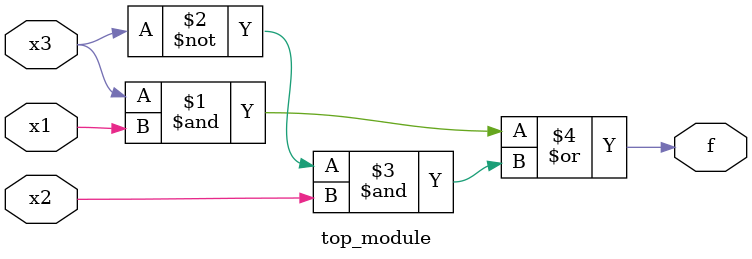
<source format=v>
module top_module (
    input  x3,
    input  x2,
    input  x1,  // three inputs
    output f    // one output
);

    assign f = (x3 & x1) | (~x3 & x2);
endmodule

</source>
